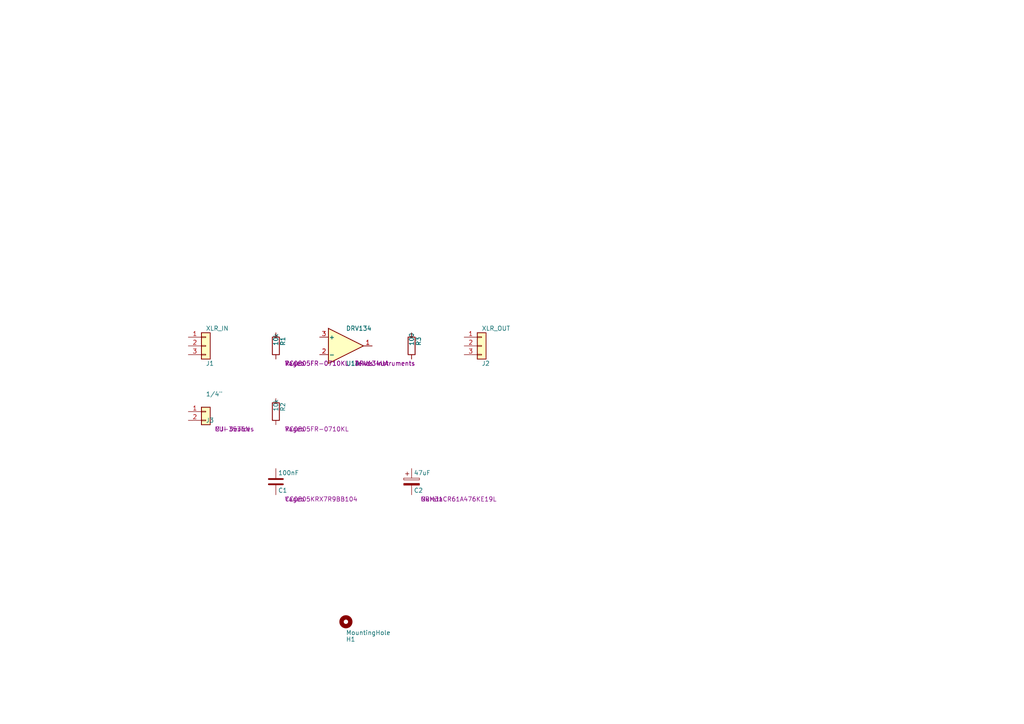
<source format=kicad_sch>
(kicad_sch (version 20250114) (generator "eeschema") (generator_version "9.0")
  (paper "A4")
  (title_block (title "DIBox"))
  (lib_symbols
    (symbol "Amplifier_Operational:TL072"
      (property "Reference" "U" (at 0 5.08 0))
      (property "Value" "TL072" (at 0 -5.08 0))
      (pin_names (offset 0.127))
      (symbol "TL072_1_1"
        (polyline (pts (xy -5.08 5.08) (xy 5.08 0) (xy -5.08 -5.08) (xy -5.08 5.08)) (stroke (width 0.254)) (fill (type background)))
        (pin input line (at -7.62 2.54 0) (length 2.54) (name "+") (number "3"))
        (pin input line (at -7.62 -2.54 0) (length 2.54) (name "-") (number "2"))
        (pin output line (at 7.62 0 180) (length 2.54) (name "~") (number "1"))
      )
      (symbol "TL072_2_1"
        (polyline (pts (xy -5.08 5.08) (xy 5.08 0) (xy -5.08 -5.08) (xy -5.08 5.08)) (stroke (width 0.254)) (fill (type background)))
        (pin input line (at -7.62 2.54 0) (length 2.54) (name "+") (number "5"))
        (pin input line (at -7.62 -2.54 0) (length 2.54) (name "-") (number "6"))
        (pin output line (at 7.62 0 180) (length 2.54) (name "~") (number "7"))
      )
      (symbol "TL072_3_1"
        (pin power_in line (at -2.54 7.62 270) (length 3.81) (name "V+") (number "8"))
        (pin power_in line (at -2.54 -7.62 90) (length 3.81) (name "V-") (number "4"))
      )
    )
    (symbol "Device:R" (pin_numbers (hide yes)) (pin_names (offset 0))
      (property "Reference" "R" (at 2.032 0 90))
      (property "Value" "R" (at 0 0 90))
      (symbol "R_0_1"
        (rectangle (start -1.016 -2.54) (end 1.016 2.54) (stroke (width 0.254)))
      )
      (symbol "R_1_1"
        (pin passive line (at 0 3.81 270) (length 1.27) (name "~") (number "1"))
        (pin passive line (at 0 -3.81 90) (length 1.27) (name "~") (number "2"))
      )
    )
    (symbol "Device:C" (pin_numbers (hide yes)) (pin_names (offset 0.254))
      (property "Reference" "C" (at 0.635 2.54 0))
      (property "Value" "C" (at 0.635 -2.54 0))
      (symbol "C_0_1"
        (polyline (pts (xy -2.032 0.762) (xy 2.032 0.762)) (stroke (width 0.508)))
        (polyline (pts (xy -2.032 -0.762) (xy 2.032 -0.762)) (stroke (width 0.508)))
      )
      (symbol "C_1_1"
        (pin passive line (at 0 3.81 270) (length 2.794) (name "~") (number "1"))
        (pin passive line (at 0 -3.81 90) (length 2.794) (name "~") (number "2"))
      )
    )
    (symbol "Device:C_Polarized" (pin_numbers (hide yes)) (pin_names (offset 0.254))
      (property "Reference" "C" (at 0.635 2.54 0))
      (property "Value" "C_Polarized" (at 0.635 -2.54 0))
      (symbol "C_Polarized_0_1"
        (rectangle (start -2.286 0.508) (end 2.286 1.016))
        (polyline (pts (xy -1.778 2.286) (xy -0.762 2.286)))
        (polyline (pts (xy -1.27 2.794) (xy -1.27 1.778)))
        (rectangle (start 2.286 -0.508) (end -2.286 -1.016) (fill (type outline)))
      )
      (symbol "C_Polarized_1_1"
        (pin passive line (at 0 3.81 270) (length 2.794) (name "~") (number "1"))
        (pin passive line (at 0 -3.81 90) (length 2.794) (name "~") (number "2"))
      )
    )
    (symbol "Connector_Generic:Conn_01x03" (pin_names (offset 1.016) (hide yes))
      (property "Reference" "J" (at 0 5.08 0))
      (property "Value" "Conn_01x03" (at 0 -5.08 0))
      (symbol "Conn_01x03_1_1"
        (rectangle (start -1.27 3.81) (end 1.27 -3.81) (stroke (width 0.254)) (fill (type background)))
        (rectangle (start -1.27 2.667) (end 0 2.413) (stroke (width 0.1524)))
        (rectangle (start -1.27 0.127) (end 0 -0.127) (stroke (width 0.1524)))
        (rectangle (start -1.27 -2.413) (end 0 -2.667) (stroke (width 0.1524)))
        (pin passive line (at -5.08 2.54 0) (length 3.81) (name "Pin_1") (number "1"))
        (pin passive line (at -5.08 0 0) (length 3.81) (name "Pin_2") (number "2"))
        (pin passive line (at -5.08 -2.54 0) (length 3.81) (name "Pin_3") (number "3"))
      )
    )
    (symbol "Connector_Generic:Conn_01x02" (pin_names (offset 1.016) (hide yes))
      (property "Reference" "J" (at 0 2.54 0))
      (property "Value" "Conn_01x02" (at 0 -5.08 0))
      (symbol "Conn_01x02_1_1"
        (rectangle (start -1.27 1.27) (end 1.27 -3.81) (stroke (width 0.254)) (fill (type background)))
        (rectangle (start -1.27 0.127) (end 0 -0.127) (stroke (width 0.1524)))
        (rectangle (start -1.27 -2.413) (end 0 -2.667) (stroke (width 0.1524)))
        (pin passive line (at -5.08 0 0) (length 3.81) (name "Pin_1") (number "1"))
        (pin passive line (at -5.08 -2.54 0) (length 3.81) (name "Pin_2") (number "2"))
      )
    )
    (symbol "Mechanical:MountingHole" (pin_names (offset 1.016)) (exclude_from_sim yes) (in_bom no)
      (property "Reference" "H" (at 0 5.08 0))
      (property "Value" "MountingHole" (at 0 3.175 0))
      (symbol "MountingHole_0_1"
        (circle (center 0 0) (radius 1.27) (stroke (width 1.27)))
      )
    )
  )
  (symbol (lib_id "Amplifier_Operational:TL072") (at 100.33 100.33 0) (unit 1)
    (property "Reference" "U1" (at 100.33 105.41 0.0000) (effects (justify left)))
    (property "Value" "DRV134" (at 100.33 95.25 0.0000) (effects (justify left)))
    (property "Footprint" "Package_SO:SOIC-8_3.9x4.9mm_P1.27mm" (effects (hide yes)))
    (property "PartNumber" "DRV134UA" (at 102.87 105.4099 0) (effects (justify left)))
    (property "Manufacturer" "Texas Instruments" (at 102.87 105.4099 0) (effects (justify left)))
  )
  (symbol (lib_id "Device:R") (at 80.01 100.33 0) (unit 1)
    (property "Reference" "R1" (at 82.042 100.33 90) (effects (justify left)))
    (property "Value" "10k" (at 80.01 100.33 90) (effects (justify left)))
    (property "Footprint" "Resistor_SMD:R_0805_2012Metric" (effects (hide yes)))
    (property "PartNumber" "RC0805FR-0710KL" (at 82.55 105.4099 0) (effects (justify left)))
    (property "Manufacturer" "Yageo" (at 82.55 105.4099 0) (effects (justify left)))
  )
  (symbol (lib_id "Device:R") (at 80.01 119.38 0) (unit 1)
    (property "Reference" "R2" (at 82.042 119.38 90) (effects (justify left)))
    (property "Value" "10k" (at 80.01 119.38 90) (effects (justify left)))
    (property "Footprint" "Resistor_SMD:R_0805_2012Metric" (effects (hide yes)))
    (property "PartNumber" "RC0805FR-0710KL" (at 82.55 124.4599 0) (effects (justify left)))
    (property "Manufacturer" "Yageo" (at 82.55 124.4599 0) (effects (justify left)))
  )
  (symbol (lib_id "Device:R") (at 119.38 100.33 0) (unit 1) (in_bom no)
    (property "Reference" "R3" (at 121.412 100.33 90) (effects (justify left)))
    (property "Value" "100" (at 119.38 100.33 90) (effects (justify left)))
    (property "Footprint" "Resistor_SMD:R_0805_2012Metric" (effects (hide yes)))
  )
  (symbol (lib_id "Device:C") (at 80.01 139.7 0) (unit 1)
    (property "Reference" "C1" (at 80.645 142.24 0.0000) (effects (justify left)))
    (property "Value" "100nF" (at 80.645 137.16 0.0000) (effects (justify left)))
    (property "Footprint" "Capacitor_SMD:C_0805_2012Metric" (effects (hide yes)))
    (property "PartNumber" "CC0805KRX7R9BB104" (at 82.55 144.7799 0) (effects (justify left)))
    (property "Manufacturer" "Yageo" (at 82.55 144.7799 0) (effects (justify left)))
  )
  (symbol (lib_id "Device:C_Polarized") (at 119.38 139.7 0) (unit 1)
    (property "Reference" "C2" (at 120.015 142.24 0.0000) (effects (justify left)))
    (property "Value" "47uF" (at 120.015 137.16 0.0000) (effects (justify left)))
    (property "Footprint" "Capacitor_SMD:C_1206_3216Metric" (effects (hide yes)))
    (property "PartNumber" "GRM31CR61A476KE19L" (at 121.92 144.7799 0) (effects (justify left)))
    (property "Manufacturer" "Murata" (at 121.92 144.7799 0) (effects (justify left)))
  )
  (symbol (lib_id "Connector_Generic:Conn_01x03") (at 59.69 100.33 0) (unit 1)
    (property "Reference" "J1" (at 59.69 105.41 0.0000) (effects (justify left)))
    (property "Value" "XLR_IN" (at 59.69 95.25 0.0000) (effects (justify left)))
  )
  (symbol (lib_id "Connector_Generic:Conn_01x03") (at 139.7 100.33 0) (unit 1)
    (property "Reference" "J2" (at 139.7 105.41 0.0000) (effects (justify left)))
    (property "Value" "XLR_OUT" (at 139.7 95.25 0.0000) (effects (justify left)))
  )
  (symbol (lib_id "Connector_Generic:Conn_01x02") (at 59.69 119.38 0) (unit 1)
    (property "Reference" "J3" (at 59.69 121.92 0.0000) (effects (justify left)))
    (property "Value" "1/4\"" (at 59.69 114.3 0.0000) (effects (justify left)))
    (property "PartNumber" "MJ-3536N" (at 62.23 124.4599 0) (effects (justify left)))
    (property "Manufacturer" "CUI Devices" (at 62.23 124.4599 0) (effects (justify left)))
  )
  (symbol (lib_id "Mechanical:MountingHole") (at 100.33 180.34 0) (unit 1)
    (property "Reference" "H1" (at 100.33 185.42 0.0000) (effects (justify left)))
    (property "Value" "MountingHole" (at 100.33 183.515 0.0000) (effects (justify left)))
  )
)
</source>
